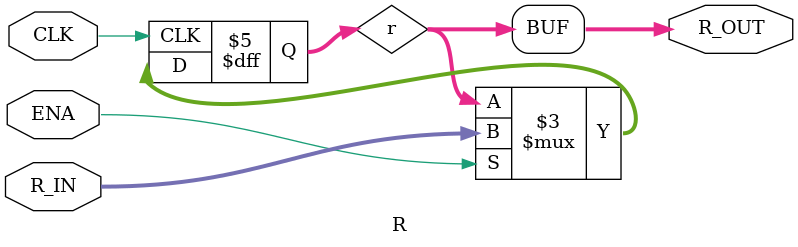
<source format=v>
`timescale 1ns / 1ps
module R
(
	CLK,
    ENA,
    R_IN,
    R_OUT
);
    input CLK;
	input ENA;
	input [31:0]R_IN;
	output [31:0]R_OUT;

	reg [31:0]r;
	always @(negedge CLK) begin
		if(ENA) begin
			r <= R_IN;
		end else begin
			r <= r;
		end
	end

	assign R_OUT = r;
endmodule
</source>
